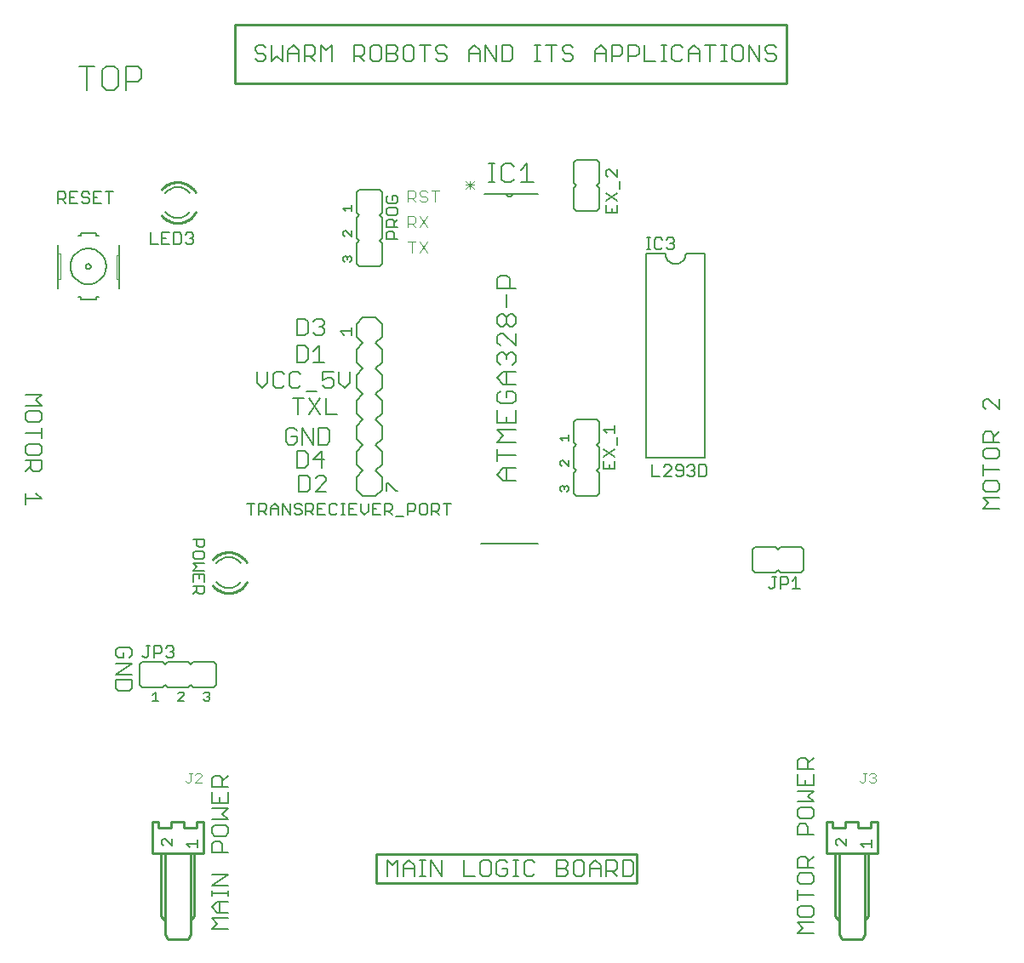
<source format=gto>
G75*
%MOIN*%
%OFA0B0*%
%FSLAX24Y24*%
%IPPOS*%
%LPD*%
%AMOC8*
5,1,8,0,0,1.08239X$1,22.5*
%
%ADD10C,0.0080*%
%ADD11C,0.0040*%
%ADD12C,0.0060*%
%ADD13C,0.0100*%
%ADD14C,0.0050*%
%ADD15C,0.0020*%
%ADD16C,0.0030*%
%ADD17C,0.0070*%
D10*
X019356Y018200D02*
X019109Y018447D01*
X019356Y018694D01*
X019850Y018694D01*
X019480Y018694D02*
X019480Y018200D01*
X019356Y018200D02*
X019850Y018200D01*
X019109Y018955D02*
X019109Y019449D01*
X019109Y019202D02*
X019850Y019202D01*
X019850Y019710D02*
X019109Y019710D01*
X019356Y019957D01*
X019109Y020204D01*
X019850Y020204D01*
X019850Y020465D02*
X019850Y020959D01*
X019727Y021220D02*
X019850Y021344D01*
X019850Y021590D01*
X019727Y021714D01*
X019480Y021714D01*
X019480Y021467D01*
X019233Y021220D02*
X019727Y021220D01*
X019233Y021220D02*
X019109Y021344D01*
X019109Y021590D01*
X019233Y021714D01*
X019356Y021975D02*
X019109Y022222D01*
X019356Y022469D01*
X019850Y022469D01*
X019727Y022730D02*
X019850Y022854D01*
X019850Y023101D01*
X019727Y023224D01*
X019603Y023224D01*
X019480Y023101D01*
X019480Y022977D01*
X019480Y023101D02*
X019356Y023224D01*
X019233Y023224D01*
X019109Y023101D01*
X019109Y022854D01*
X019233Y022730D01*
X019480Y022469D02*
X019480Y021975D01*
X019356Y021975D02*
X019850Y021975D01*
X019109Y020959D02*
X019109Y020465D01*
X019850Y020465D01*
X019480Y020465D02*
X019480Y020712D01*
X019233Y023485D02*
X019109Y023609D01*
X019109Y023856D01*
X019233Y023979D01*
X019356Y023979D01*
X019850Y023485D01*
X019850Y023979D01*
X019727Y024240D02*
X019603Y024240D01*
X019480Y024364D01*
X019480Y024611D01*
X019603Y024734D01*
X019727Y024734D01*
X019850Y024611D01*
X019850Y024364D01*
X019727Y024240D01*
X019480Y024364D02*
X019356Y024240D01*
X019233Y024240D01*
X019109Y024364D01*
X019109Y024611D01*
X019233Y024734D01*
X019356Y024734D01*
X019480Y024611D01*
X019480Y024995D02*
X019480Y025489D01*
X019603Y025750D02*
X019603Y026121D01*
X019480Y026244D01*
X019233Y026244D01*
X019109Y026121D01*
X019109Y025750D01*
X019850Y025750D01*
X020038Y029890D02*
X020532Y029890D01*
X020285Y029890D02*
X020285Y030631D01*
X020038Y030384D01*
X019777Y030507D02*
X019654Y030631D01*
X019407Y030631D01*
X019283Y030507D01*
X019283Y030013D01*
X019407Y029890D01*
X019654Y029890D01*
X019777Y030013D01*
X019027Y029890D02*
X018780Y029890D01*
X018903Y029890D02*
X018903Y030631D01*
X018780Y030631D02*
X019027Y030631D01*
X005190Y033978D02*
X005036Y033825D01*
X004576Y033825D01*
X004576Y033518D02*
X004576Y034439D01*
X005036Y034439D01*
X005190Y034285D01*
X005190Y033978D01*
X004269Y033671D02*
X004269Y034285D01*
X004116Y034439D01*
X003809Y034439D01*
X003655Y034285D01*
X003655Y033671D01*
X003809Y033518D01*
X004116Y033518D01*
X004269Y033671D01*
X003348Y034439D02*
X002734Y034439D01*
X003041Y034439D02*
X003041Y033518D01*
D11*
X015620Y029580D02*
X015620Y029120D01*
X015620Y029273D02*
X015850Y029273D01*
X015927Y029350D01*
X015927Y029504D01*
X015850Y029580D01*
X015620Y029580D01*
X015773Y029273D02*
X015927Y029120D01*
X016080Y029197D02*
X016157Y029120D01*
X016311Y029120D01*
X016387Y029197D01*
X016387Y029273D01*
X016311Y029350D01*
X016157Y029350D01*
X016080Y029427D01*
X016080Y029504D01*
X016157Y029580D01*
X016311Y029580D01*
X016387Y029504D01*
X016541Y029580D02*
X016848Y029580D01*
X016694Y029580D02*
X016694Y029120D01*
X016387Y028580D02*
X016080Y028120D01*
X015927Y028120D02*
X015773Y028273D01*
X015850Y028273D02*
X015620Y028273D01*
X015620Y028120D02*
X015620Y028580D01*
X015850Y028580D01*
X015927Y028504D01*
X015927Y028350D01*
X015850Y028273D01*
X016080Y028580D02*
X016387Y028120D01*
X016387Y027580D02*
X016080Y027120D01*
X015773Y027120D02*
X015773Y027580D01*
X015620Y027580D02*
X015927Y027580D01*
X016080Y027580D02*
X016387Y027120D01*
X007471Y006741D02*
X007351Y006741D01*
X007291Y006681D01*
X007163Y006741D02*
X007043Y006741D01*
X007103Y006741D02*
X007103Y006441D01*
X007043Y006381D01*
X006983Y006381D01*
X006923Y006441D01*
X007291Y006381D02*
X007531Y006621D01*
X007531Y006681D01*
X007471Y006741D01*
X007531Y006381D02*
X007291Y006381D01*
X033322Y006441D02*
X033382Y006381D01*
X033443Y006381D01*
X033503Y006441D01*
X033503Y006741D01*
X033443Y006741D02*
X033563Y006741D01*
X033691Y006681D02*
X033751Y006741D01*
X033871Y006741D01*
X033931Y006681D01*
X033931Y006621D01*
X033871Y006561D01*
X033931Y006501D01*
X033931Y006441D01*
X033871Y006381D01*
X033751Y006381D01*
X033691Y006441D01*
X033811Y006561D02*
X033871Y006561D01*
D12*
X031503Y006691D02*
X031503Y006264D01*
X030862Y006264D01*
X030862Y006691D01*
X030862Y006909D02*
X030862Y007229D01*
X030969Y007336D01*
X031183Y007336D01*
X031290Y007229D01*
X031290Y006909D01*
X031503Y006909D02*
X030862Y006909D01*
X031183Y006478D02*
X031183Y006264D01*
X031503Y006047D02*
X031290Y005833D01*
X031503Y005620D01*
X030862Y005620D01*
X030969Y005402D02*
X030862Y005295D01*
X030862Y005082D01*
X030969Y004975D01*
X031396Y004975D01*
X031503Y005082D01*
X031503Y005295D01*
X031396Y005402D01*
X030969Y005402D01*
X030969Y004758D02*
X030862Y004651D01*
X030862Y004331D01*
X031503Y004331D01*
X031290Y004331D02*
X031290Y004651D01*
X031183Y004758D01*
X030969Y004758D01*
X030969Y003469D02*
X030862Y003362D01*
X030862Y003042D01*
X031503Y003042D01*
X031290Y003042D02*
X031290Y003362D01*
X031183Y003469D01*
X030969Y003469D01*
X031290Y003255D02*
X031503Y003469D01*
X031396Y002824D02*
X030969Y002824D01*
X030862Y002717D01*
X030862Y002504D01*
X030969Y002397D01*
X031396Y002397D01*
X031503Y002504D01*
X031503Y002717D01*
X031396Y002824D01*
X030862Y002179D02*
X030862Y001752D01*
X030862Y001966D02*
X031503Y001966D01*
X031396Y001535D02*
X030969Y001535D01*
X030862Y001428D01*
X030862Y001215D01*
X030969Y001108D01*
X031396Y001108D01*
X031503Y001215D01*
X031503Y001428D01*
X031396Y001535D01*
X031503Y000890D02*
X030862Y000890D01*
X031076Y000677D01*
X030862Y000463D01*
X031503Y000463D01*
X031503Y006047D02*
X030862Y006047D01*
X031290Y007122D02*
X031503Y007336D01*
X031000Y014600D02*
X030200Y014600D01*
X030100Y014700D01*
X030000Y014600D01*
X029200Y014600D01*
X029100Y014700D01*
X029100Y015500D01*
X029200Y015600D01*
X030000Y015600D01*
X030100Y015500D01*
X030200Y015600D01*
X031000Y015600D01*
X031100Y015500D01*
X031100Y014700D01*
X031000Y014600D01*
X027250Y019100D02*
X024950Y019100D01*
X024950Y027100D01*
X025700Y027100D01*
X025702Y027061D01*
X025708Y027022D01*
X025717Y026984D01*
X025730Y026947D01*
X025747Y026911D01*
X025767Y026878D01*
X025791Y026846D01*
X025817Y026817D01*
X025846Y026791D01*
X025878Y026767D01*
X025911Y026747D01*
X025947Y026730D01*
X025984Y026717D01*
X026022Y026708D01*
X026061Y026702D01*
X026100Y026700D01*
X026139Y026702D01*
X026178Y026708D01*
X026216Y026717D01*
X026253Y026730D01*
X026289Y026747D01*
X026322Y026767D01*
X026354Y026791D01*
X026383Y026817D01*
X026409Y026846D01*
X026433Y026878D01*
X026453Y026911D01*
X026470Y026947D01*
X026483Y026984D01*
X026492Y027022D01*
X026498Y027061D01*
X026500Y027100D01*
X027250Y027100D01*
X027250Y019100D01*
X023100Y018700D02*
X023000Y018600D01*
X023100Y018500D01*
X023100Y017700D01*
X023000Y017600D01*
X022200Y017600D01*
X022100Y017700D01*
X022100Y018500D01*
X022200Y018600D01*
X022100Y018700D01*
X022100Y019500D01*
X022200Y019600D01*
X022100Y019700D01*
X022100Y020500D01*
X022200Y020600D01*
X023000Y020600D01*
X023100Y020500D01*
X023100Y019700D01*
X023000Y019600D01*
X023100Y019500D01*
X023100Y018700D01*
X020720Y015750D02*
X018480Y015750D01*
X014600Y017850D02*
X014350Y017600D01*
X013850Y017600D01*
X013600Y017850D01*
X013600Y018350D01*
X013850Y018600D01*
X013600Y018850D01*
X013600Y019350D01*
X013850Y019600D01*
X013600Y019850D01*
X013600Y020350D01*
X013850Y020600D01*
X013600Y020850D01*
X013600Y021350D01*
X013850Y021600D01*
X013600Y021850D01*
X013600Y022350D01*
X013850Y022600D01*
X013600Y022850D01*
X013600Y023350D01*
X013850Y023600D01*
X013600Y023850D01*
X013600Y024350D01*
X013850Y024600D01*
X014350Y024600D01*
X014600Y024350D01*
X014600Y023850D01*
X014350Y023600D01*
X014600Y023350D01*
X014600Y022850D01*
X014350Y022600D01*
X014600Y022350D01*
X014600Y021850D01*
X014350Y021600D01*
X014600Y021350D01*
X014600Y020850D01*
X014350Y020600D01*
X014600Y020350D01*
X014600Y019850D01*
X014350Y019600D01*
X014600Y019350D01*
X014600Y018850D01*
X014350Y018600D01*
X014600Y018350D01*
X014600Y017850D01*
X012422Y017768D02*
X011995Y017768D01*
X012422Y018195D01*
X012422Y018302D01*
X012315Y018408D01*
X012102Y018408D01*
X011995Y018302D01*
X011778Y018302D02*
X011778Y017875D01*
X011671Y017768D01*
X011350Y017768D01*
X011350Y018408D01*
X011671Y018408D01*
X011778Y018302D01*
X011592Y018713D02*
X011272Y018713D01*
X011272Y019353D01*
X011592Y019353D01*
X011699Y019246D01*
X011699Y018819D01*
X011592Y018713D01*
X011916Y019033D02*
X012237Y019353D01*
X012237Y018713D01*
X012343Y019033D02*
X011916Y019033D01*
X011910Y019618D02*
X011910Y020259D01*
X012128Y020259D02*
X012448Y020259D01*
X012555Y020152D01*
X012555Y019725D01*
X012448Y019618D01*
X012128Y019618D01*
X012128Y020259D01*
X012186Y020799D02*
X011759Y021440D01*
X011541Y021440D02*
X011114Y021440D01*
X011328Y021440D02*
X011328Y020799D01*
X011759Y020799D02*
X012186Y021440D01*
X012403Y021440D02*
X012403Y020799D01*
X012830Y020799D01*
X012595Y021823D02*
X012382Y021823D01*
X012275Y021930D01*
X012275Y022143D02*
X012489Y022250D01*
X012595Y022250D01*
X012702Y022143D01*
X012702Y021930D01*
X012595Y021823D01*
X012920Y022036D02*
X013133Y021823D01*
X013347Y022036D01*
X013347Y022463D01*
X012920Y022463D02*
X012920Y022036D01*
X012702Y022463D02*
X012275Y022463D01*
X012275Y022143D01*
X012058Y021716D02*
X011631Y021716D01*
X011413Y021930D02*
X011306Y021823D01*
X011093Y021823D01*
X010986Y021930D01*
X010986Y022357D01*
X011093Y022463D01*
X011306Y022463D01*
X011413Y022357D01*
X011272Y022847D02*
X011592Y022847D01*
X011699Y022953D01*
X011699Y023380D01*
X011592Y023487D01*
X011272Y023487D01*
X011272Y022847D01*
X010769Y022357D02*
X010662Y022463D01*
X010448Y022463D01*
X010341Y022357D01*
X010341Y021930D01*
X010448Y021823D01*
X010662Y021823D01*
X010769Y021930D01*
X010124Y022036D02*
X009910Y021823D01*
X009697Y022036D01*
X009697Y022463D01*
X010124Y022463D02*
X010124Y022036D01*
X010945Y020259D02*
X010839Y020152D01*
X010839Y019725D01*
X010945Y019618D01*
X011159Y019618D01*
X011266Y019725D01*
X011266Y019938D01*
X011052Y019938D01*
X011266Y020152D02*
X011159Y020259D01*
X010945Y020259D01*
X011483Y020259D02*
X011483Y019618D01*
X011910Y019618D02*
X011483Y020259D01*
X011916Y022847D02*
X012343Y022847D01*
X012130Y022847D02*
X012130Y023487D01*
X011916Y023274D01*
X012023Y023910D02*
X011916Y024016D01*
X012023Y023910D02*
X012237Y023910D01*
X012343Y024016D01*
X012343Y024123D01*
X012237Y024230D01*
X012130Y024230D01*
X012237Y024230D02*
X012343Y024337D01*
X012343Y024443D01*
X012237Y024550D01*
X012023Y024550D01*
X011916Y024443D01*
X011699Y024443D02*
X011699Y024016D01*
X011592Y023910D01*
X011272Y023910D01*
X011272Y024550D01*
X011592Y024550D01*
X011699Y024443D01*
X013700Y026600D02*
X014500Y026600D01*
X014600Y026700D01*
X014600Y027500D01*
X014500Y027600D01*
X014600Y027700D01*
X014600Y028500D01*
X014500Y028600D01*
X014600Y028700D01*
X014600Y029500D01*
X014500Y029600D01*
X013700Y029600D01*
X013600Y029500D01*
X013600Y028700D01*
X013700Y028600D01*
X013600Y028500D01*
X013600Y027700D01*
X013700Y027600D01*
X013600Y027500D01*
X013600Y026700D01*
X013700Y026600D01*
X018620Y029450D02*
X019480Y029450D01*
X019720Y029450D01*
X020720Y029450D01*
X019720Y029450D02*
X019718Y029429D01*
X019713Y029409D01*
X019704Y029390D01*
X019692Y029373D01*
X019677Y029358D01*
X019660Y029346D01*
X019641Y029337D01*
X019621Y029332D01*
X019600Y029330D01*
X019579Y029332D01*
X019559Y029337D01*
X019540Y029346D01*
X019523Y029358D01*
X019508Y029373D01*
X019496Y029390D01*
X019487Y029409D01*
X019482Y029429D01*
X019480Y029450D01*
X022098Y029664D02*
X022098Y028864D01*
X022198Y028764D01*
X022998Y028764D01*
X023098Y028864D01*
X023098Y029664D01*
X022998Y029764D01*
X023098Y029864D01*
X023098Y030664D01*
X022998Y030764D01*
X022198Y030764D01*
X022098Y030664D01*
X022098Y029864D01*
X022198Y029764D01*
X022098Y029664D01*
X021982Y034630D02*
X021768Y034630D01*
X021662Y034737D01*
X021768Y034950D02*
X021662Y035057D01*
X021662Y035164D01*
X021768Y035271D01*
X021982Y035271D01*
X022089Y035164D01*
X021982Y034950D02*
X022089Y034844D01*
X022089Y034737D01*
X021982Y034630D01*
X021982Y034950D02*
X021768Y034950D01*
X021444Y035271D02*
X021017Y035271D01*
X021231Y035271D02*
X021231Y034630D01*
X020801Y034630D02*
X020587Y034630D01*
X020694Y034630D02*
X020694Y035271D01*
X020587Y035271D02*
X020801Y035271D01*
X019725Y035164D02*
X019725Y034737D01*
X019619Y034630D01*
X019298Y034630D01*
X019298Y035271D01*
X019619Y035271D01*
X019725Y035164D01*
X019081Y035271D02*
X019081Y034630D01*
X018654Y035271D01*
X018654Y034630D01*
X018436Y034630D02*
X018436Y035057D01*
X018223Y035271D01*
X018009Y035057D01*
X018009Y034630D01*
X018009Y034950D02*
X018436Y034950D01*
X017147Y034844D02*
X017147Y034737D01*
X017040Y034630D01*
X016827Y034630D01*
X016720Y034737D01*
X016827Y034950D02*
X017040Y034950D01*
X017147Y034844D01*
X017147Y035164D02*
X017040Y035271D01*
X016827Y035271D01*
X016720Y035164D01*
X016720Y035057D01*
X016827Y034950D01*
X016503Y035271D02*
X016075Y035271D01*
X016289Y035271D02*
X016289Y034630D01*
X015858Y034737D02*
X015858Y035164D01*
X015751Y035271D01*
X015538Y035271D01*
X015431Y035164D01*
X015431Y034737D01*
X015538Y034630D01*
X015751Y034630D01*
X015858Y034737D01*
X015213Y034737D02*
X015107Y034630D01*
X014786Y034630D01*
X014786Y035271D01*
X015107Y035271D01*
X015213Y035164D01*
X015213Y035057D01*
X015107Y034950D01*
X014786Y034950D01*
X014569Y034737D02*
X014569Y035164D01*
X014462Y035271D01*
X014249Y035271D01*
X014142Y035164D01*
X014142Y034737D01*
X014249Y034630D01*
X014462Y034630D01*
X014569Y034737D01*
X013924Y034630D02*
X013711Y034844D01*
X013818Y034844D02*
X013497Y034844D01*
X013497Y034630D02*
X013497Y035271D01*
X013818Y035271D01*
X013924Y035164D01*
X013924Y034950D01*
X013818Y034844D01*
X012635Y034630D02*
X012635Y035271D01*
X012422Y035057D01*
X012208Y035271D01*
X012208Y034630D01*
X011991Y034630D02*
X011777Y034844D01*
X011884Y034844D02*
X011564Y034844D01*
X011564Y034630D02*
X011564Y035271D01*
X011884Y035271D01*
X011991Y035164D01*
X011991Y034950D01*
X011884Y034844D01*
X011346Y034950D02*
X010919Y034950D01*
X010919Y035057D02*
X011133Y035271D01*
X011346Y035057D01*
X011346Y034630D01*
X010919Y034630D02*
X010919Y035057D01*
X010702Y035271D02*
X010702Y034630D01*
X010488Y034844D01*
X010275Y034630D01*
X010275Y035271D01*
X010057Y035164D02*
X009950Y035271D01*
X009737Y035271D01*
X009630Y035164D01*
X009630Y035057D01*
X009737Y034950D01*
X009950Y034950D01*
X010057Y034844D01*
X010057Y034737D01*
X009950Y034630D01*
X009737Y034630D01*
X009630Y034737D01*
X015107Y034950D02*
X015213Y034844D01*
X015213Y034737D01*
X022951Y034630D02*
X022951Y035057D01*
X023164Y035271D01*
X023378Y035057D01*
X023378Y034630D01*
X023595Y034630D02*
X023595Y035271D01*
X023916Y035271D01*
X024022Y035164D01*
X024022Y034950D01*
X023916Y034844D01*
X023595Y034844D01*
X023378Y034950D02*
X022951Y034950D01*
X024240Y034844D02*
X024560Y034844D01*
X024667Y034950D01*
X024667Y035164D01*
X024560Y035271D01*
X024240Y035271D01*
X024240Y034630D01*
X024884Y034630D02*
X024884Y035271D01*
X024884Y034630D02*
X025311Y034630D01*
X025529Y034630D02*
X025742Y034630D01*
X025636Y034630D02*
X025636Y035271D01*
X025742Y035271D02*
X025529Y035271D01*
X025959Y035164D02*
X025959Y034737D01*
X026065Y034630D01*
X026279Y034630D01*
X026386Y034737D01*
X026603Y034630D02*
X026603Y035057D01*
X026817Y035271D01*
X027030Y035057D01*
X027030Y034630D01*
X027030Y034950D02*
X026603Y034950D01*
X026386Y035164D02*
X026279Y035271D01*
X026065Y035271D01*
X025959Y035164D01*
X027248Y035271D02*
X027675Y035271D01*
X027461Y035271D02*
X027461Y034630D01*
X027892Y034630D02*
X028106Y034630D01*
X027999Y034630D02*
X027999Y035271D01*
X027892Y035271D02*
X028106Y035271D01*
X028322Y035164D02*
X028322Y034737D01*
X028429Y034630D01*
X028642Y034630D01*
X028749Y034737D01*
X028749Y035164D01*
X028642Y035271D01*
X028429Y035271D01*
X028322Y035164D01*
X028966Y035271D02*
X028966Y034630D01*
X029394Y034630D02*
X028966Y035271D01*
X029394Y035271D02*
X029394Y034630D01*
X029611Y034737D02*
X029718Y034630D01*
X029931Y034630D01*
X030038Y034737D01*
X030038Y034844D01*
X029931Y034950D01*
X029718Y034950D01*
X029611Y035057D01*
X029611Y035164D01*
X029718Y035271D01*
X029931Y035271D01*
X030038Y035164D01*
X038236Y021412D02*
X038129Y021306D01*
X038129Y021092D01*
X038236Y020985D01*
X038236Y021412D02*
X038343Y021412D01*
X038770Y020985D01*
X038770Y021412D01*
X038770Y020123D02*
X038556Y019910D01*
X038556Y020017D02*
X038556Y019696D01*
X038770Y019696D02*
X038129Y019696D01*
X038129Y020017D01*
X038236Y020123D01*
X038450Y020123D01*
X038556Y020017D01*
X038663Y019479D02*
X038236Y019479D01*
X038129Y019372D01*
X038129Y019159D01*
X038236Y019052D01*
X038663Y019052D01*
X038770Y019159D01*
X038770Y019372D01*
X038663Y019479D01*
X038129Y018834D02*
X038129Y018407D01*
X038129Y018621D02*
X038770Y018621D01*
X038663Y018190D02*
X038236Y018190D01*
X038129Y018083D01*
X038129Y017869D01*
X038236Y017763D01*
X038663Y017763D01*
X038770Y017869D01*
X038770Y018083D01*
X038663Y018190D01*
X038770Y017545D02*
X038129Y017545D01*
X038343Y017332D01*
X038129Y017118D01*
X038770Y017118D01*
X024461Y003230D02*
X024461Y002803D01*
X024354Y002696D01*
X024034Y002696D01*
X024034Y003337D01*
X024354Y003337D01*
X024461Y003230D01*
X023816Y003230D02*
X023816Y003017D01*
X023709Y002910D01*
X023389Y002910D01*
X023389Y002696D02*
X023389Y003337D01*
X023709Y003337D01*
X023816Y003230D01*
X023603Y002910D02*
X023816Y002696D01*
X023172Y002696D02*
X023172Y003123D01*
X022958Y003337D01*
X022745Y003123D01*
X022745Y002696D01*
X022527Y002803D02*
X022527Y003230D01*
X022420Y003337D01*
X022207Y003337D01*
X022100Y003230D01*
X022100Y002803D01*
X022207Y002696D01*
X022420Y002696D01*
X022527Y002803D01*
X022745Y003017D02*
X023172Y003017D01*
X021883Y003123D02*
X021776Y003017D01*
X021456Y003017D01*
X021776Y003017D02*
X021883Y002910D01*
X021883Y002803D01*
X021776Y002696D01*
X021456Y002696D01*
X021456Y003337D01*
X021776Y003337D01*
X021883Y003230D01*
X021883Y003123D01*
X020593Y003230D02*
X020487Y003337D01*
X020273Y003337D01*
X020166Y003230D01*
X020166Y002803D01*
X020273Y002696D01*
X020487Y002696D01*
X020593Y002803D01*
X019950Y002696D02*
X019737Y002696D01*
X019844Y002696D02*
X019844Y003337D01*
X019950Y003337D02*
X019737Y003337D01*
X019519Y003230D02*
X019412Y003337D01*
X019199Y003337D01*
X019092Y003230D01*
X019092Y002803D01*
X019199Y002696D01*
X019412Y002696D01*
X019519Y002803D01*
X019519Y003017D01*
X019306Y003017D01*
X018875Y003230D02*
X018768Y003337D01*
X018554Y003337D01*
X018448Y003230D01*
X018448Y002803D01*
X018554Y002696D01*
X018768Y002696D01*
X018875Y002803D01*
X018875Y003230D01*
X018230Y002696D02*
X017803Y002696D01*
X017803Y003337D01*
X016941Y003337D02*
X016941Y002696D01*
X016514Y003337D01*
X016514Y002696D01*
X016298Y002696D02*
X016084Y002696D01*
X016191Y002696D02*
X016191Y003337D01*
X016084Y003337D02*
X016298Y003337D01*
X015867Y003123D02*
X015867Y002696D01*
X015867Y003017D02*
X015440Y003017D01*
X015440Y003123D02*
X015653Y003337D01*
X015867Y003123D01*
X015440Y003123D02*
X015440Y002696D01*
X015222Y002696D02*
X015222Y003337D01*
X015009Y003123D01*
X014795Y003337D01*
X014795Y002696D01*
X008570Y002776D02*
X007929Y002776D01*
X007929Y002349D02*
X008570Y002776D01*
X008570Y002349D02*
X007929Y002349D01*
X007929Y002133D02*
X007929Y001919D01*
X007929Y002026D02*
X008570Y002026D01*
X008570Y001919D02*
X008570Y002133D01*
X008570Y001702D02*
X008143Y001702D01*
X007929Y001488D01*
X008143Y001275D01*
X008570Y001275D01*
X008570Y001057D02*
X007929Y001057D01*
X008143Y000844D01*
X007929Y000630D01*
X008570Y000630D01*
X008250Y001275D02*
X008250Y001702D01*
X008356Y003638D02*
X008356Y003958D01*
X008250Y004065D01*
X008036Y004065D01*
X007929Y003958D01*
X007929Y003638D01*
X008570Y003638D01*
X008463Y004282D02*
X008036Y004282D01*
X007929Y004389D01*
X007929Y004603D01*
X008036Y004709D01*
X008463Y004709D01*
X008570Y004603D01*
X008570Y004389D01*
X008463Y004282D01*
X008570Y004927D02*
X007929Y004927D01*
X007929Y005354D02*
X008570Y005354D01*
X008356Y005141D01*
X008570Y004927D01*
X008570Y005572D02*
X007929Y005572D01*
X007929Y005999D01*
X007929Y006216D02*
X007929Y006536D01*
X008036Y006643D01*
X008250Y006643D01*
X008356Y006536D01*
X008356Y006216D01*
X008356Y006430D02*
X008570Y006643D01*
X008570Y006216D02*
X007929Y006216D01*
X008250Y005785D02*
X008250Y005572D01*
X008570Y005572D02*
X008570Y005999D01*
X008000Y010100D02*
X007200Y010100D01*
X007100Y010200D01*
X007000Y010100D01*
X006200Y010100D01*
X006100Y010200D01*
X006000Y010100D01*
X005200Y010100D01*
X005100Y010200D01*
X005100Y011000D01*
X005200Y011100D01*
X006000Y011100D01*
X006100Y011000D01*
X006200Y011100D01*
X007000Y011100D01*
X007100Y011000D01*
X007200Y011100D01*
X008000Y011100D01*
X008100Y011000D01*
X008100Y010200D01*
X008000Y010100D01*
X004813Y010075D02*
X004813Y010395D01*
X004172Y010395D01*
X004172Y010075D01*
X004279Y009968D01*
X004706Y009968D01*
X004813Y010075D01*
X004813Y010613D02*
X004172Y010613D01*
X004813Y011040D01*
X004172Y011040D01*
X004279Y011257D02*
X004492Y011257D01*
X004492Y011471D01*
X004279Y011684D02*
X004172Y011577D01*
X004172Y011364D01*
X004279Y011257D01*
X004706Y011257D02*
X004813Y011364D01*
X004813Y011577D01*
X004706Y011684D01*
X004279Y011684D01*
X008600Y015200D02*
X008645Y015198D01*
X008691Y015193D01*
X008735Y015185D01*
X008779Y015173D01*
X008822Y015157D01*
X008864Y015139D01*
X008904Y015117D01*
X008942Y015093D01*
X008978Y015066D01*
X009013Y015036D01*
X009044Y015003D01*
X009074Y014968D01*
X008600Y014000D02*
X008553Y014002D01*
X008505Y014008D01*
X008459Y014017D01*
X008413Y014030D01*
X008369Y014046D01*
X008325Y014067D01*
X008284Y014090D01*
X008245Y014116D01*
X008208Y014146D01*
X008173Y014179D01*
X008141Y014214D01*
X008112Y014251D01*
X008600Y014000D02*
X008646Y014002D01*
X008692Y014007D01*
X008738Y014016D01*
X008783Y014028D01*
X008826Y014044D01*
X008868Y014063D01*
X008909Y014086D01*
X008948Y014111D01*
X008984Y014139D01*
X009019Y014170D01*
X009051Y014204D01*
X009080Y014240D01*
X008600Y015200D02*
X008555Y015198D01*
X008509Y015193D01*
X008465Y015185D01*
X008421Y015173D01*
X008378Y015157D01*
X008336Y015139D01*
X008296Y015117D01*
X008258Y015093D01*
X008222Y015066D01*
X008187Y015036D01*
X008156Y015003D01*
X008126Y014968D01*
X001271Y017489D02*
X000630Y017489D01*
X000630Y017276D02*
X000630Y017703D01*
X001057Y017703D02*
X001271Y017489D01*
X001164Y018565D02*
X000950Y018565D01*
X000844Y018672D01*
X000844Y018992D01*
X000844Y018778D02*
X000630Y018565D01*
X000630Y018992D02*
X001271Y018992D01*
X001271Y018672D01*
X001164Y018565D01*
X001164Y019209D02*
X000737Y019209D01*
X000630Y019316D01*
X000630Y019530D01*
X000737Y019636D01*
X001164Y019636D01*
X001271Y019530D01*
X001271Y019316D01*
X001164Y019209D01*
X001271Y019854D02*
X001271Y020281D01*
X001271Y020067D02*
X000630Y020067D01*
X000737Y020498D02*
X001164Y020498D01*
X001271Y020605D01*
X001271Y020819D01*
X001164Y020925D01*
X000737Y020925D01*
X000630Y020819D01*
X000630Y020605D01*
X000737Y020498D01*
X000630Y021143D02*
X001271Y021143D01*
X001057Y021356D01*
X001271Y021570D01*
X000630Y021570D01*
X002800Y025300D02*
X003400Y025300D01*
X003400Y025400D01*
X003500Y025400D01*
X002800Y025400D02*
X002700Y025400D01*
X002800Y025400D02*
X002800Y025300D01*
X001900Y025750D02*
X001900Y026100D01*
X001900Y027100D01*
X001900Y027450D01*
X002700Y027800D02*
X002800Y027800D01*
X002800Y027900D01*
X003400Y027900D01*
X003400Y027800D01*
X003500Y027800D01*
X004300Y027450D02*
X004300Y027050D01*
X004300Y026100D01*
X004300Y025750D01*
X003000Y026600D02*
X003002Y026620D01*
X003008Y026638D01*
X003017Y026656D01*
X003029Y026671D01*
X003044Y026683D01*
X003062Y026692D01*
X003080Y026698D01*
X003100Y026700D01*
X003120Y026698D01*
X003138Y026692D01*
X003156Y026683D01*
X003171Y026671D01*
X003183Y026656D01*
X003192Y026638D01*
X003198Y026620D01*
X003200Y026600D01*
X003198Y026580D01*
X003192Y026562D01*
X003183Y026544D01*
X003171Y026529D01*
X003156Y026517D01*
X003138Y026508D01*
X003120Y026502D01*
X003100Y026500D01*
X003080Y026502D01*
X003062Y026508D01*
X003044Y026517D01*
X003029Y026529D01*
X003017Y026544D01*
X003008Y026562D01*
X003002Y026580D01*
X003000Y026600D01*
X002400Y026600D02*
X002402Y026652D01*
X002408Y026704D01*
X002418Y026756D01*
X002431Y026806D01*
X002448Y026856D01*
X002469Y026904D01*
X002494Y026950D01*
X002522Y026994D01*
X002553Y027036D01*
X002587Y027076D01*
X002624Y027113D01*
X002664Y027147D01*
X002706Y027178D01*
X002750Y027206D01*
X002796Y027231D01*
X002844Y027252D01*
X002894Y027269D01*
X002944Y027282D01*
X002996Y027292D01*
X003048Y027298D01*
X003100Y027300D01*
X003152Y027298D01*
X003204Y027292D01*
X003256Y027282D01*
X003306Y027269D01*
X003356Y027252D01*
X003404Y027231D01*
X003450Y027206D01*
X003494Y027178D01*
X003536Y027147D01*
X003576Y027113D01*
X003613Y027076D01*
X003647Y027036D01*
X003678Y026994D01*
X003706Y026950D01*
X003731Y026904D01*
X003752Y026856D01*
X003769Y026806D01*
X003782Y026756D01*
X003792Y026704D01*
X003798Y026652D01*
X003800Y026600D01*
X003798Y026548D01*
X003792Y026496D01*
X003782Y026444D01*
X003769Y026394D01*
X003752Y026344D01*
X003731Y026296D01*
X003706Y026250D01*
X003678Y026206D01*
X003647Y026164D01*
X003613Y026124D01*
X003576Y026087D01*
X003536Y026053D01*
X003494Y026022D01*
X003450Y025994D01*
X003404Y025969D01*
X003356Y025948D01*
X003306Y025931D01*
X003256Y025918D01*
X003204Y025908D01*
X003152Y025902D01*
X003100Y025900D01*
X003048Y025902D01*
X002996Y025908D01*
X002944Y025918D01*
X002894Y025931D01*
X002844Y025948D01*
X002796Y025969D01*
X002750Y025994D01*
X002706Y026022D01*
X002664Y026053D01*
X002624Y026087D01*
X002587Y026124D01*
X002553Y026164D01*
X002522Y026206D01*
X002494Y026250D01*
X002469Y026296D01*
X002448Y026344D01*
X002431Y026394D01*
X002418Y026444D01*
X002408Y026496D01*
X002402Y026548D01*
X002400Y026600D01*
X006600Y029700D02*
X006645Y029698D01*
X006691Y029693D01*
X006735Y029685D01*
X006779Y029673D01*
X006822Y029657D01*
X006864Y029639D01*
X006904Y029617D01*
X006942Y029593D01*
X006978Y029566D01*
X007013Y029536D01*
X007044Y029503D01*
X007074Y029468D01*
X006600Y028500D02*
X006553Y028502D01*
X006505Y028508D01*
X006459Y028517D01*
X006413Y028530D01*
X006369Y028546D01*
X006325Y028567D01*
X006284Y028590D01*
X006245Y028616D01*
X006208Y028646D01*
X006173Y028679D01*
X006141Y028714D01*
X006112Y028751D01*
X006600Y028500D02*
X006646Y028502D01*
X006692Y028507D01*
X006738Y028516D01*
X006783Y028528D01*
X006826Y028544D01*
X006868Y028563D01*
X006909Y028586D01*
X006948Y028611D01*
X006984Y028639D01*
X007019Y028670D01*
X007051Y028704D01*
X007080Y028740D01*
X006600Y029700D02*
X006555Y029698D01*
X006509Y029693D01*
X006465Y029685D01*
X006421Y029673D01*
X006378Y029657D01*
X006336Y029639D01*
X006296Y029617D01*
X006258Y029593D01*
X006222Y029566D01*
X006187Y029536D01*
X006156Y029503D01*
X006126Y029468D01*
D13*
X005950Y003600D02*
X005600Y003600D01*
X005600Y004850D01*
X005850Y004850D01*
X005850Y004600D01*
X006350Y004600D01*
X006350Y004850D01*
X006850Y004850D01*
X006850Y004600D01*
X007350Y004600D01*
X007350Y004850D01*
X007600Y004850D01*
X007600Y003600D01*
X007100Y003600D01*
X007100Y000450D01*
X007000Y000250D01*
X006580Y000250D01*
X006620Y000250D01*
X006580Y000250D02*
X006200Y000250D01*
X006100Y000450D01*
X006100Y003600D01*
X005950Y003600D02*
X005950Y001150D01*
X006080Y001010D01*
X007120Y001010D02*
X007250Y001150D01*
X007250Y003600D01*
X007100Y003600D02*
X005950Y003600D01*
X014365Y003566D02*
X014365Y002433D01*
X024564Y002433D01*
X024564Y003566D01*
X014365Y003566D01*
X009295Y014997D02*
X009265Y015045D01*
X009232Y015090D01*
X009196Y015133D01*
X009158Y015174D01*
X009116Y015211D01*
X009072Y015246D01*
X009026Y015277D01*
X008977Y015306D01*
X008927Y015330D01*
X008875Y015351D01*
X008821Y015369D01*
X008767Y015382D01*
X008712Y015392D01*
X008656Y015398D01*
X008600Y015400D01*
X009306Y014224D02*
X009279Y014177D01*
X009249Y014132D01*
X009216Y014089D01*
X009180Y014049D01*
X009141Y014011D01*
X009100Y013976D01*
X009057Y013943D01*
X009012Y013914D01*
X008964Y013888D01*
X008915Y013865D01*
X008865Y013845D01*
X008814Y013829D01*
X008761Y013816D01*
X008708Y013807D01*
X008654Y013802D01*
X008600Y013800D01*
X007989Y015117D02*
X008025Y015156D01*
X008064Y015194D01*
X008104Y015228D01*
X008147Y015260D01*
X008192Y015288D01*
X008239Y015314D01*
X008288Y015337D01*
X008338Y015356D01*
X008389Y015372D01*
X008441Y015384D01*
X008493Y015393D01*
X008547Y015398D01*
X008600Y015400D01*
X007985Y014088D02*
X008021Y014048D01*
X008060Y014010D01*
X008101Y013975D01*
X008144Y013943D01*
X008189Y013913D01*
X008236Y013887D01*
X008285Y013865D01*
X008336Y013845D01*
X008387Y013829D01*
X008439Y013816D01*
X008493Y013807D01*
X008546Y013802D01*
X008600Y013800D01*
X007295Y029497D02*
X007265Y029545D01*
X007232Y029590D01*
X007196Y029633D01*
X007158Y029674D01*
X007116Y029711D01*
X007072Y029746D01*
X007026Y029777D01*
X006977Y029806D01*
X006927Y029830D01*
X006875Y029851D01*
X006821Y029869D01*
X006767Y029882D01*
X006712Y029892D01*
X006656Y029898D01*
X006600Y029900D01*
X007306Y028724D02*
X007279Y028677D01*
X007249Y028632D01*
X007216Y028589D01*
X007180Y028549D01*
X007141Y028511D01*
X007100Y028476D01*
X007057Y028443D01*
X007012Y028414D01*
X006964Y028388D01*
X006915Y028365D01*
X006865Y028345D01*
X006814Y028329D01*
X006761Y028316D01*
X006708Y028307D01*
X006654Y028302D01*
X006600Y028300D01*
X005989Y029617D02*
X006025Y029656D01*
X006064Y029694D01*
X006104Y029728D01*
X006147Y029760D01*
X006192Y029788D01*
X006239Y029814D01*
X006288Y029837D01*
X006338Y029856D01*
X006389Y029872D01*
X006441Y029884D01*
X006493Y029893D01*
X006547Y029898D01*
X006600Y029900D01*
X005985Y028588D02*
X006021Y028548D01*
X006060Y028510D01*
X006101Y028475D01*
X006144Y028443D01*
X006189Y028413D01*
X006236Y028387D01*
X006285Y028365D01*
X006336Y028345D01*
X006387Y028329D01*
X006439Y028316D01*
X006493Y028307D01*
X006546Y028302D01*
X006600Y028300D01*
X008840Y033761D02*
X008840Y036084D01*
X030454Y036084D01*
X030454Y033761D01*
X008840Y033761D01*
X032000Y004850D02*
X032000Y003600D01*
X032350Y003600D01*
X032350Y001150D01*
X032480Y001010D01*
X032500Y000450D02*
X032600Y000250D01*
X032980Y000250D01*
X033020Y000250D01*
X032980Y000250D02*
X033400Y000250D01*
X033500Y000450D01*
X033500Y003600D01*
X034000Y003600D01*
X034000Y004850D01*
X033750Y004850D01*
X033750Y004600D01*
X033250Y004600D01*
X033250Y004850D01*
X032750Y004850D01*
X032750Y004600D01*
X032250Y004600D01*
X032250Y004850D01*
X032000Y004850D01*
X032350Y003600D02*
X033500Y003600D01*
X033650Y003600D02*
X033650Y001150D01*
X033520Y001010D01*
X032500Y000450D02*
X032500Y003600D01*
D14*
X030965Y013975D02*
X030665Y013975D01*
X030815Y013975D02*
X030815Y014425D01*
X030665Y014275D01*
X030504Y014200D02*
X030429Y014125D01*
X030204Y014125D01*
X030204Y013975D02*
X030204Y014425D01*
X030429Y014425D01*
X030504Y014350D01*
X030504Y014200D01*
X030044Y014425D02*
X029894Y014425D01*
X029969Y014425D02*
X029969Y014050D01*
X029894Y013975D01*
X029819Y013975D01*
X029744Y014050D01*
X027242Y018375D02*
X027317Y018450D01*
X027317Y018750D01*
X027242Y018825D01*
X027017Y018825D01*
X027017Y018375D01*
X027242Y018375D01*
X026856Y018450D02*
X026781Y018375D01*
X026631Y018375D01*
X026556Y018450D01*
X026396Y018450D02*
X026396Y018750D01*
X026321Y018825D01*
X026171Y018825D01*
X026096Y018750D01*
X026096Y018675D01*
X026171Y018600D01*
X026396Y018600D01*
X026396Y018450D02*
X026321Y018375D01*
X026171Y018375D01*
X026096Y018450D01*
X025936Y018375D02*
X025635Y018375D01*
X025936Y018675D01*
X025936Y018750D01*
X025861Y018825D01*
X025710Y018825D01*
X025635Y018750D01*
X025475Y018375D02*
X025175Y018375D01*
X025175Y018825D01*
X023800Y019604D02*
X023800Y019904D01*
X023725Y020065D02*
X023725Y020365D01*
X023725Y020215D02*
X023275Y020215D01*
X023425Y020065D01*
X023275Y019444D02*
X023725Y019144D01*
X023725Y018984D02*
X023725Y018683D01*
X023275Y018683D01*
X023275Y018984D01*
X023275Y019144D02*
X023725Y019444D01*
X023500Y018834D02*
X023500Y018683D01*
X021915Y018766D02*
X021688Y018993D01*
X021631Y018993D01*
X021575Y018936D01*
X021575Y018823D01*
X021631Y018766D01*
X021915Y018766D02*
X021915Y018993D01*
X021915Y019766D02*
X021915Y019993D01*
X021915Y019879D02*
X021575Y019879D01*
X021688Y019766D01*
X021688Y017993D02*
X021745Y017936D01*
X021802Y017993D01*
X021858Y017993D01*
X021915Y017936D01*
X021915Y017823D01*
X021858Y017766D01*
X021745Y017879D02*
X021745Y017936D01*
X021688Y017993D02*
X021631Y017993D01*
X021575Y017936D01*
X021575Y017823D01*
X021631Y017766D01*
X017299Y017315D02*
X016999Y017315D01*
X017149Y017315D02*
X017149Y016865D01*
X016839Y016865D02*
X016689Y017015D01*
X016764Y017015D02*
X016539Y017015D01*
X016539Y016865D02*
X016539Y017315D01*
X016764Y017315D01*
X016839Y017240D01*
X016839Y017090D01*
X016764Y017015D01*
X016379Y016940D02*
X016379Y017240D01*
X016304Y017315D01*
X016154Y017315D01*
X016078Y017240D01*
X016078Y016940D01*
X016154Y016865D01*
X016304Y016865D01*
X016379Y016940D01*
X015918Y017090D02*
X015843Y017015D01*
X015618Y017015D01*
X015618Y016865D02*
X015618Y017315D01*
X015843Y017315D01*
X015918Y017240D01*
X015918Y017090D01*
X015458Y016790D02*
X015158Y016790D01*
X014998Y016865D02*
X014847Y017015D01*
X014922Y017015D02*
X014697Y017015D01*
X014697Y016865D02*
X014697Y017315D01*
X014922Y017315D01*
X014998Y017240D01*
X014998Y017090D01*
X014922Y017015D01*
X014537Y016865D02*
X014237Y016865D01*
X014237Y017315D01*
X014537Y017315D01*
X014387Y017090D02*
X014237Y017090D01*
X014077Y017015D02*
X014077Y017315D01*
X014077Y017015D02*
X013927Y016865D01*
X013776Y017015D01*
X013776Y017315D01*
X013616Y017315D02*
X013316Y017315D01*
X013316Y016865D01*
X013616Y016865D01*
X013466Y017090D02*
X013316Y017090D01*
X013159Y017315D02*
X013009Y017315D01*
X013084Y017315D02*
X013084Y016865D01*
X013009Y016865D02*
X013159Y016865D01*
X012849Y016940D02*
X012774Y016865D01*
X012624Y016865D01*
X012549Y016940D01*
X012549Y017240D01*
X012624Y017315D01*
X012774Y017315D01*
X012849Y017240D01*
X012389Y017315D02*
X012088Y017315D01*
X012088Y016865D01*
X012389Y016865D01*
X012239Y017090D02*
X012088Y017090D01*
X011928Y017090D02*
X011853Y017015D01*
X011628Y017015D01*
X011778Y017015D02*
X011928Y016865D01*
X011928Y017090D02*
X011928Y017240D01*
X011853Y017315D01*
X011628Y017315D01*
X011628Y016865D01*
X011468Y016940D02*
X011393Y016865D01*
X011243Y016865D01*
X011168Y016940D01*
X011243Y017090D02*
X011393Y017090D01*
X011468Y017015D01*
X011468Y016940D01*
X011243Y017090D02*
X011168Y017165D01*
X011168Y017240D01*
X011243Y017315D01*
X011393Y017315D01*
X011468Y017240D01*
X011007Y017315D02*
X011007Y016865D01*
X010707Y017315D01*
X010707Y016865D01*
X010547Y016865D02*
X010547Y017165D01*
X010397Y017315D01*
X010247Y017165D01*
X010247Y016865D01*
X010087Y016865D02*
X009937Y017015D01*
X010012Y017015D02*
X009786Y017015D01*
X009786Y016865D02*
X009786Y017315D01*
X010012Y017315D01*
X010087Y017240D01*
X010087Y017090D01*
X010012Y017015D01*
X010247Y017090D02*
X010547Y017090D01*
X009626Y017315D02*
X009326Y017315D01*
X009476Y017315D02*
X009476Y016865D01*
X007658Y015904D02*
X007658Y015679D01*
X007583Y015603D01*
X007433Y015603D01*
X007358Y015679D01*
X007358Y015904D01*
X007208Y015904D02*
X007658Y015904D01*
X007583Y015443D02*
X007283Y015443D01*
X007208Y015368D01*
X007208Y015218D01*
X007283Y015143D01*
X007583Y015143D01*
X007658Y015218D01*
X007658Y015368D01*
X007583Y015443D01*
X007658Y014983D02*
X007208Y014983D01*
X007358Y014833D01*
X007208Y014683D01*
X007658Y014683D01*
X007658Y014523D02*
X007208Y014523D01*
X007208Y014222D01*
X007208Y014062D02*
X007658Y014062D01*
X007658Y013837D01*
X007583Y013762D01*
X007433Y013762D01*
X007358Y013837D01*
X007358Y014062D01*
X007358Y013912D02*
X007208Y013762D01*
X007658Y014222D02*
X007658Y014523D01*
X007433Y014523D02*
X007433Y014372D01*
X006371Y011725D02*
X006221Y011725D01*
X006146Y011650D01*
X005986Y011650D02*
X005986Y011500D01*
X005911Y011425D01*
X005685Y011425D01*
X005685Y011275D02*
X005685Y011725D01*
X005911Y011725D01*
X005986Y011650D01*
X006146Y011350D02*
X006221Y011275D01*
X006371Y011275D01*
X006446Y011350D01*
X006446Y011425D01*
X006371Y011500D01*
X006296Y011500D01*
X006371Y011500D02*
X006446Y011575D01*
X006446Y011650D01*
X006371Y011725D01*
X005525Y011725D02*
X005375Y011725D01*
X005450Y011725D02*
X005450Y011350D01*
X005375Y011275D01*
X005300Y011275D01*
X005225Y011350D01*
X005738Y009915D02*
X005738Y009575D01*
X005625Y009575D02*
X005852Y009575D01*
X005625Y009802D02*
X005738Y009915D01*
X006625Y009859D02*
X006682Y009915D01*
X006795Y009915D01*
X006852Y009859D01*
X006852Y009802D01*
X006625Y009575D01*
X006852Y009575D01*
X007625Y009632D02*
X007682Y009575D01*
X007795Y009575D01*
X007852Y009632D01*
X007852Y009688D01*
X007795Y009745D01*
X007738Y009745D01*
X007795Y009745D02*
X007852Y009802D01*
X007852Y009859D01*
X007795Y009915D01*
X007682Y009915D01*
X007625Y009859D01*
X014775Y017815D02*
X014775Y018115D01*
X014850Y018115D01*
X015150Y017815D01*
X015225Y017815D01*
X013425Y023915D02*
X013425Y024215D01*
X013425Y024065D02*
X012975Y024065D01*
X013125Y023915D01*
X013131Y026766D02*
X013075Y026823D01*
X013075Y026936D01*
X013131Y026993D01*
X013188Y026993D01*
X013245Y026936D01*
X013302Y026993D01*
X013358Y026993D01*
X013415Y026936D01*
X013415Y026823D01*
X013358Y026766D01*
X013245Y026879D02*
X013245Y026936D01*
X013131Y027766D02*
X013075Y027823D01*
X013075Y027936D01*
X013131Y027993D01*
X013188Y027993D01*
X013415Y027766D01*
X013415Y027993D01*
X013415Y028766D02*
X013415Y028993D01*
X013415Y028879D02*
X013075Y028879D01*
X013188Y028766D01*
X014775Y028829D02*
X014850Y028904D01*
X015150Y028904D01*
X015225Y028829D01*
X015225Y028679D01*
X015150Y028604D01*
X014850Y028604D01*
X014775Y028679D01*
X014775Y028829D01*
X014850Y029065D02*
X015150Y029065D01*
X015225Y029140D01*
X015225Y029290D01*
X015150Y029365D01*
X015000Y029365D01*
X015000Y029215D01*
X014850Y029365D02*
X014775Y029290D01*
X014775Y029140D01*
X014850Y029065D01*
X014850Y028444D02*
X015000Y028444D01*
X015075Y028369D01*
X015075Y028144D01*
X015075Y028294D02*
X015225Y028444D01*
X015225Y028144D02*
X014775Y028144D01*
X014775Y028369D01*
X014850Y028444D01*
X014850Y027984D02*
X015000Y027984D01*
X015075Y027909D01*
X015075Y027683D01*
X015225Y027683D02*
X014775Y027683D01*
X014775Y027909D01*
X014850Y027984D01*
X007215Y027850D02*
X007215Y027775D01*
X007140Y027700D01*
X007215Y027625D01*
X007215Y027550D01*
X007140Y027475D01*
X006990Y027475D01*
X006915Y027550D01*
X006754Y027550D02*
X006754Y027850D01*
X006679Y027925D01*
X006454Y027925D01*
X006454Y027475D01*
X006679Y027475D01*
X006754Y027550D01*
X006915Y027850D02*
X006990Y027925D01*
X007140Y027925D01*
X007215Y027850D01*
X007140Y027700D02*
X007065Y027700D01*
X006294Y027475D02*
X005994Y027475D01*
X005994Y027925D01*
X006294Y027925D01*
X006144Y027700D02*
X005994Y027700D01*
X005834Y027475D02*
X005533Y027475D01*
X005533Y027925D01*
X003917Y029075D02*
X003917Y029525D01*
X003767Y029525D02*
X004067Y029525D01*
X003606Y029525D02*
X003306Y029525D01*
X003306Y029075D01*
X003606Y029075D01*
X003456Y029300D02*
X003306Y029300D01*
X003146Y029225D02*
X003146Y029150D01*
X003071Y029075D01*
X002921Y029075D01*
X002846Y029150D01*
X002921Y029300D02*
X003071Y029300D01*
X003146Y029225D01*
X003146Y029450D02*
X003071Y029525D01*
X002921Y029525D01*
X002846Y029450D01*
X002846Y029375D01*
X002921Y029300D01*
X002686Y029075D02*
X002385Y029075D01*
X002385Y029525D01*
X002686Y029525D01*
X002536Y029300D02*
X002385Y029300D01*
X002225Y029300D02*
X002225Y029450D01*
X002150Y029525D01*
X001925Y029525D01*
X001925Y029075D01*
X001925Y029225D02*
X002150Y029225D01*
X002225Y029300D01*
X002075Y029225D02*
X002225Y029075D01*
X023372Y029014D02*
X023372Y028714D01*
X023823Y028714D01*
X023823Y029014D01*
X023823Y029174D02*
X023372Y029474D01*
X023372Y029174D02*
X023823Y029474D01*
X023898Y029635D02*
X023898Y029935D01*
X023823Y030095D02*
X023522Y030395D01*
X023447Y030395D01*
X023372Y030320D01*
X023372Y030170D01*
X023447Y030095D01*
X023823Y030095D02*
X023823Y030395D01*
X023598Y028864D02*
X023598Y028714D01*
X024975Y027725D02*
X025125Y027725D01*
X025050Y027725D02*
X025050Y027275D01*
X024975Y027275D02*
X025125Y027275D01*
X025282Y027350D02*
X025357Y027275D01*
X025507Y027275D01*
X025582Y027350D01*
X025742Y027350D02*
X025817Y027275D01*
X025968Y027275D01*
X026043Y027350D01*
X026043Y027425D01*
X025968Y027500D01*
X025892Y027500D01*
X025968Y027500D02*
X026043Y027575D01*
X026043Y027650D01*
X025968Y027725D01*
X025817Y027725D01*
X025742Y027650D01*
X025582Y027650D02*
X025507Y027725D01*
X025357Y027725D01*
X025282Y027650D01*
X025282Y027350D01*
X026631Y018825D02*
X026781Y018825D01*
X026856Y018750D01*
X026856Y018675D01*
X026781Y018600D01*
X026856Y018525D01*
X026856Y018450D01*
X026781Y018600D02*
X026706Y018600D01*
X026556Y018750D02*
X026631Y018825D01*
D15*
X004300Y026100D02*
X004200Y026100D01*
X004200Y027050D01*
X004300Y027050D01*
X002000Y027100D02*
X002000Y026100D01*
X001900Y026100D01*
X001900Y027100D02*
X002000Y027100D01*
D16*
X017885Y029633D02*
X018199Y029947D01*
X018199Y029790D02*
X017885Y029790D01*
X017885Y029947D02*
X018199Y029633D01*
X018042Y029633D02*
X018042Y029947D01*
D17*
X007374Y004122D02*
X007374Y003835D01*
X007374Y003979D02*
X006944Y003979D01*
X007087Y003835D01*
X006394Y003885D02*
X006394Y004172D01*
X006394Y003885D02*
X006107Y004172D01*
X006036Y004172D01*
X005964Y004100D01*
X005964Y003957D01*
X006036Y003885D01*
X032364Y003957D02*
X032435Y003885D01*
X032364Y003957D02*
X032364Y004100D01*
X032435Y004172D01*
X032507Y004172D01*
X032794Y003885D01*
X032794Y004172D01*
X033344Y003979D02*
X033487Y003835D01*
X033344Y003979D02*
X033774Y003979D01*
X033774Y004122D02*
X033774Y003835D01*
M02*

</source>
